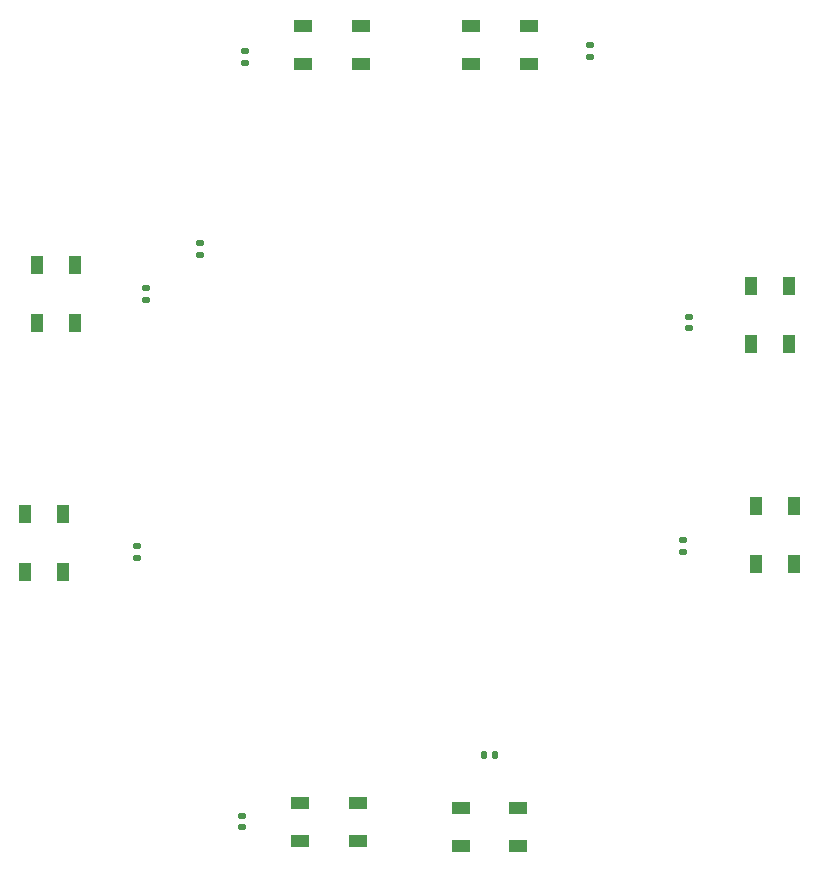
<source format=gtp>
G04 #@! TF.GenerationSoftware,KiCad,Pcbnew,(6.0.8-1)-1*
G04 #@! TF.CreationDate,2023-08-07T08:14:13+01:00*
G04 #@! TF.ProjectId,LED LAMP,4c454420-4c41-44d5-902e-6b696361645f,rev?*
G04 #@! TF.SameCoordinates,Original*
G04 #@! TF.FileFunction,Paste,Top*
G04 #@! TF.FilePolarity,Positive*
%FSLAX46Y46*%
G04 Gerber Fmt 4.6, Leading zero omitted, Abs format (unit mm)*
G04 Created by KiCad (PCBNEW (6.0.8-1)-1) date 2023-08-07 08:14:13*
%MOMM*%
%LPD*%
G01*
G04 APERTURE LIST*
G04 Aperture macros list*
%AMRoundRect*
0 Rectangle with rounded corners*
0 $1 Rounding radius*
0 $2 $3 $4 $5 $6 $7 $8 $9 X,Y pos of 4 corners*
0 Add a 4 corners polygon primitive as box body*
4,1,4,$2,$3,$4,$5,$6,$7,$8,$9,$2,$3,0*
0 Add four circle primitives for the rounded corners*
1,1,$1+$1,$2,$3*
1,1,$1+$1,$4,$5*
1,1,$1+$1,$6,$7*
1,1,$1+$1,$8,$9*
0 Add four rect primitives between the rounded corners*
20,1,$1+$1,$2,$3,$4,$5,0*
20,1,$1+$1,$4,$5,$6,$7,0*
20,1,$1+$1,$6,$7,$8,$9,0*
20,1,$1+$1,$8,$9,$2,$3,0*%
G04 Aperture macros list end*
%ADD10R,1.500000X1.000000*%
%ADD11RoundRect,0.140000X0.170000X-0.140000X0.170000X0.140000X-0.170000X0.140000X-0.170000X-0.140000X0*%
%ADD12RoundRect,0.140000X0.140000X0.170000X-0.140000X0.170000X-0.140000X-0.170000X0.140000X-0.170000X0*%
%ADD13RoundRect,0.140000X-0.170000X0.140000X-0.170000X-0.140000X0.170000X-0.140000X0.170000X0.140000X0*%
%ADD14RoundRect,0.135000X0.185000X-0.135000X0.185000X0.135000X-0.185000X0.135000X-0.185000X-0.135000X0*%
%ADD15R,1.000000X1.500000*%
G04 APERTURE END LIST*
D10*
X209968000Y-21412000D03*
X209968000Y-18212000D03*
X205068000Y-18212000D03*
X205068000Y-21412000D03*
D11*
X191770000Y-41374000D03*
X191770000Y-40414000D03*
D12*
X221330400Y-79908400D03*
X220370400Y-79908400D03*
D13*
X237236000Y-61750000D03*
X237236000Y-62710000D03*
X200152000Y-20348000D03*
X200152000Y-21308000D03*
D14*
X196342000Y-37594000D03*
X196342000Y-36574000D03*
D13*
X237744000Y-42801600D03*
X237744000Y-43761600D03*
D11*
X199898000Y-86050000D03*
X199898000Y-85090000D03*
D10*
X218377600Y-84455200D03*
X218377600Y-87655200D03*
X223277600Y-87655200D03*
X223277600Y-84455200D03*
D15*
X184734000Y-59526000D03*
X181534000Y-59526000D03*
X181534000Y-64426000D03*
X184734000Y-64426000D03*
X243002000Y-45122000D03*
X246202000Y-45122000D03*
X246202000Y-40222000D03*
X243002000Y-40222000D03*
D13*
X229362000Y-19840000D03*
X229362000Y-20800000D03*
D15*
X243408400Y-63765600D03*
X246608400Y-63765600D03*
X246608400Y-58865600D03*
X243408400Y-58865600D03*
D13*
X191008000Y-62258000D03*
X191008000Y-63218000D03*
D15*
X185750000Y-38444000D03*
X182550000Y-38444000D03*
X182550000Y-43344000D03*
X185750000Y-43344000D03*
D10*
X204814000Y-83998000D03*
X204814000Y-87198000D03*
X209714000Y-87198000D03*
X209714000Y-83998000D03*
X224192000Y-21412000D03*
X224192000Y-18212000D03*
X219292000Y-18212000D03*
X219292000Y-21412000D03*
M02*

</source>
